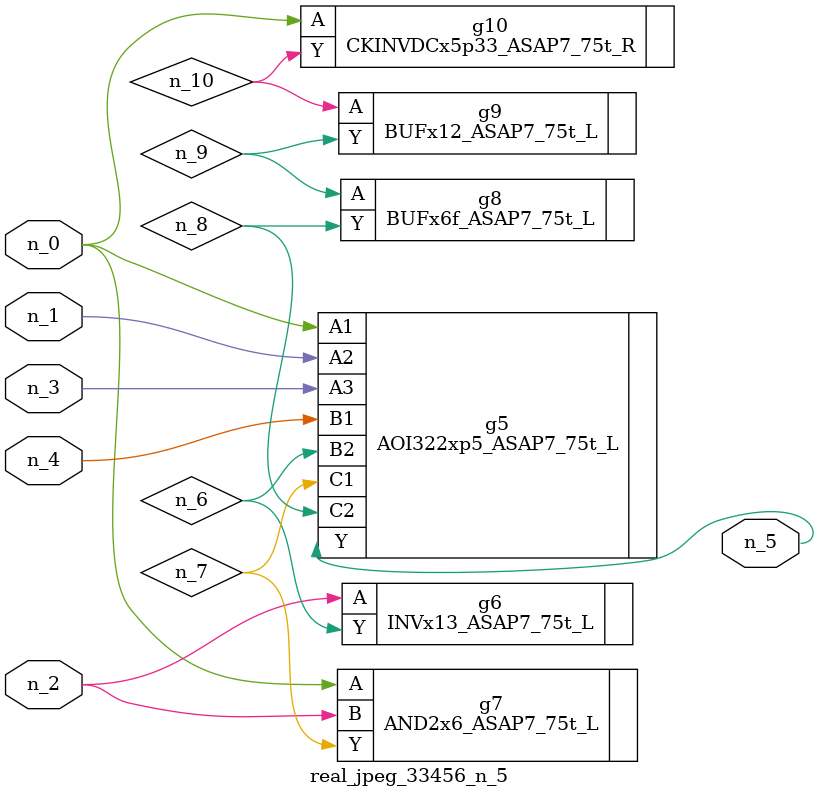
<source format=v>
module real_jpeg_33456_n_5 (n_4, n_0, n_1, n_2, n_3, n_5);

input n_4;
input n_0;
input n_1;
input n_2;
input n_3;

output n_5;

wire n_8;
wire n_6;
wire n_7;
wire n_10;
wire n_9;

AOI322xp5_ASAP7_75t_L g5 ( 
.A1(n_0),
.A2(n_1),
.A3(n_3),
.B1(n_4),
.B2(n_6),
.C1(n_7),
.C2(n_8),
.Y(n_5)
);

AND2x6_ASAP7_75t_L g7 ( 
.A(n_0),
.B(n_2),
.Y(n_7)
);

CKINVDCx5p33_ASAP7_75t_R g10 ( 
.A(n_0),
.Y(n_10)
);

INVx13_ASAP7_75t_L g6 ( 
.A(n_2),
.Y(n_6)
);

BUFx6f_ASAP7_75t_L g8 ( 
.A(n_9),
.Y(n_8)
);

BUFx12_ASAP7_75t_L g9 ( 
.A(n_10),
.Y(n_9)
);


endmodule
</source>
